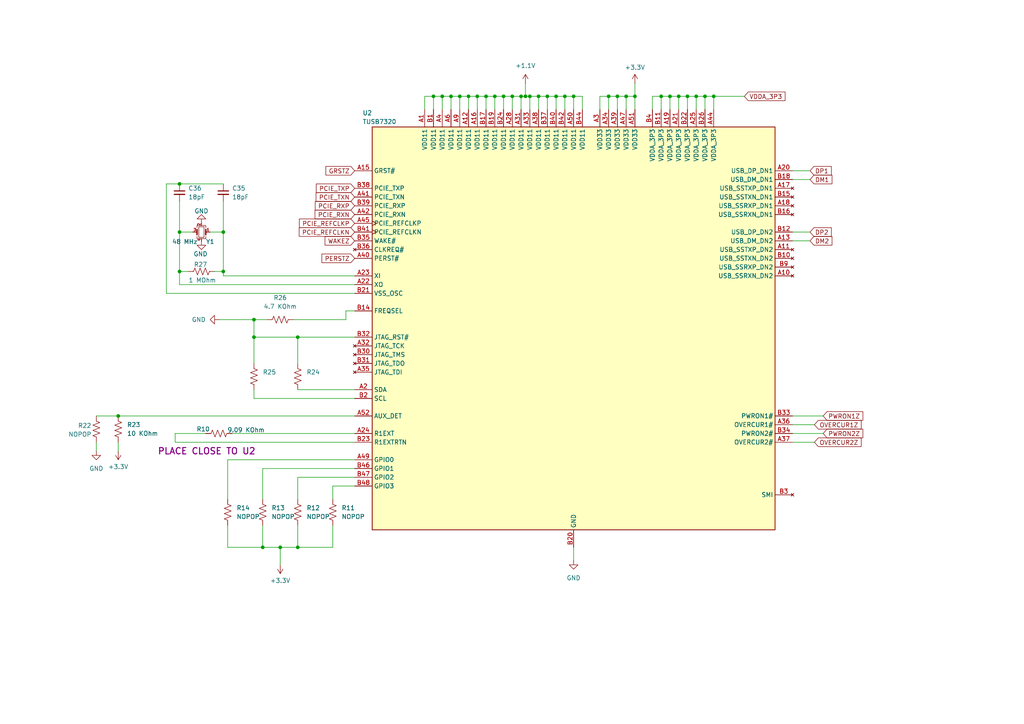
<source format=kicad_sch>
(kicad_sch (version 20250114) (generator "eeschema") (generator_version "9.0")
  (paper "A4")
  (title_block (title "PCI2USB") (date "2025-11-13") (rev "1.0.0") (company "3mdeb Sp. z o.o    Jakub Sobota") (comment 1 "https://www.ti.com/lit/ds/symlink/tusb7340.pdf") (comment 2 "https://www.ti.com/lit/ug/sllu146d/sllu146d.pdf") (comment 3 "Based on:") (comment 4 "TUSB7320 HOST IC"))
  (lib_symbols
    (symbol "Device:C_Small" (pin_numbers (hide yes)) (pin_names (offset 0.254) (hide yes))
      (property "Reference" "C" (at 0.254 1.778 0))
      (property "Value" "C_Small" (at 0.254 -2.032 0))
      (symbol "C_Small_0_1"
        (polyline (pts (xy -1.524 0.508) (xy 1.524 0.508)) (stroke (width 0.3048)))
        (polyline (pts (xy -1.524 -0.508) (xy 1.524 -0.508)) (stroke (width 0.3302)))
      )
      (symbol "C_Small_1_1"
        (pin passive line (at 0 2.54 270) (length 2.032) (name "~") (number "1"))
        (pin passive line (at 0 -2.54 90) (length 2.032) (name "~") (number "2"))
      )
    )
    (symbol "Device:Crystal_GND24_Small" (pin_names (offset 1.016) (hide yes))
      (property "Reference" "Y" (at 1.27 4.445 0))
      (property "Value" "Crystal_GND24_Small" (at 1.27 2.54 0))
      (symbol "Crystal_GND24_Small_0_1"
        (polyline (pts (xy -1.27 1.27) (xy -1.27 1.905) (xy 1.27 1.905) (xy 1.27 1.27)))
        (polyline (pts (xy -1.27 -0.762) (xy -1.27 0.762)) (stroke (width 0.381)))
        (polyline (pts (xy -1.27 -1.27) (xy -1.27 -1.905) (xy 1.27 -1.905) (xy 1.27 -1.27)))
        (rectangle (start -0.762 -1.524) (end 0.762 1.524))
        (polyline (pts (xy 1.27 -0.762) (xy 1.27 0.762)) (stroke (width 0.381)))
      )
      (symbol "Crystal_GND24_Small_1_1"
        (pin passive line (at -2.54 0 0) (length 1.27) (name "1") (number "1"))
        (pin passive line (at 0 2.54 270) (length 0.635) (name "4") (number "4"))
        (pin passive line (at 0 -2.54 90) (length 0.635) (name "2") (number "2"))
        (pin passive line (at 2.54 0 180) (length 1.27) (name "3") (number "3"))
      )
    )
    (symbol "Device:R_US" (pin_numbers (hide yes)) (pin_names (offset 0))
      (property "Reference" "R" (at 2.54 0 90))
      (property "Value" "R_US" (at -2.54 0 90))
      (symbol "R_US_0_1"
        (polyline (pts (xy 0 2.286) (xy 0 2.54)))
        (polyline (pts (xy 0 2.286) (xy 1.016 1.905) (xy 0 1.524) (xy -1.016 1.143) (xy 0 0.762)))
        (polyline (pts (xy 0 0.762) (xy 1.016 0.381) (xy 0 0) (xy -1.016 -0.381) (xy 0 -0.762)))
        (polyline (pts (xy 0 -0.762) (xy 1.016 -1.143) (xy 0 -1.524) (xy -1.016 -1.905) (xy 0 -2.286)))
        (polyline (pts (xy 0 -2.286) (xy 0 -2.54)))
      )
      (symbol "R_US_1_1"
        (pin passive line (at 0 3.81 270) (length 1.27) (name "~") (number "1"))
        (pin passive line (at 0 -3.81 90) (length 1.27) (name "~") (number "2"))
      )
    )
    (symbol "TUSB7320:TUSB7320"
      (property "Reference" "U2" (at -61.214 62.484 0))
      (property "Value" "TUSB7320" (at -61.214 59.944 0))
      (symbol "TUSB7320_0_1"
        (rectangle (start -58.42 58.42) (end 58.42 -58.42) (stroke (width 0.254)) (fill (type background)))
      )
      (symbol "TUSB7320_1_1"
        (pin input line (at -63.5 45.72 0) (length 5.08) (name "GRST#") (number "A15"))
        (pin output line (at -63.5 40.64 0) (length 5.08) (name "PCIE_TXP") (number "B38"))
        (pin output line (at -63.5 38.1 0) (length 5.08) (name "PCIE_TXN") (number "A41"))
        (pin input line (at -63.5 35.56 0) (length 5.08) (name "PCIE_RXP") (number "B39"))
        (pin input line (at -63.5 33.02 0) (length 5.08) (name "PCIE_RXN") (number "A42"))
        (pin input clock (at -63.5 30.48 0) (length 5.08) (name "PCIE_REFCLKP") (number "A45"))
        (pin input clock (at -63.5 27.94 0) (length 5.08) (name "PCIE_REFCLKN") (number "B41"))
        (pin output line (at -63.5 25.4 0) (length 5.08) (name "WAKE#") (number "B35"))
        (pin no_connect line (at -63.5 22.86 0) (length 5.08) (name "CLKREQ#") (number "B36"))
        (pin input line (at -63.5 20.32 0) (length 5.08) (name "PERST#") (number "A40"))
        (pin input line (at -63.5 15.24 0) (length 5.08) (name "XI") (number "A23"))
        (pin output line (at -63.5 12.7 0) (length 5.08) (name "XO") (number "A22"))
        (pin input line (at -63.5 10.16 0) (length 5.08) (name "VSS_OSC") (number "B21"))
        (pin input line (at -63.5 5.08 0) (length 5.08) (name "FREQSEL") (number "B14"))
        (pin input line (at -63.5 -2.54 0) (length 5.08) (name "JTAG_RST#") (number "B32"))
        (pin no_connect line (at -63.5 -5.08 0) (length 5.08) (name "JTAG_TCK") (number "A32"))
        (pin no_connect line (at -63.5 -7.62 0) (length 5.08) (name "JTAG_TMS") (number "B30"))
        (pin no_connect line (at -63.5 -10.16 0) (length 5.08) (name "JTAG_TDO") (number "B31"))
        (pin no_connect line (at -63.5 -12.7 0) (length 5.08) (name "JTAG_TDI") (number "A35"))
        (pin bidirectional line (at -63.5 -17.78 0) (length 5.08) (name "SDA") (number "A2"))
        (pin bidirectional line (at -63.5 -20.32 0) (length 5.08) (name "SCL") (number "B2"))
        (pin input line (at -63.5 -25.4 0) (length 5.08) (name "AUX_DET") (number "A52"))
        (pin bidirectional line (at -63.5 -30.48 0) (length 5.08) (name "R1EXT") (number "A24"))
        (pin bidirectional line (at -63.5 -33.02 0) (length 5.08) (name "R1EXTRTN") (number "B23"))
        (pin bidirectional line (at -63.5 -38.1 0) (length 5.08) (name "GPIO0") (number "A49"))
        (pin bidirectional line (at -63.5 -40.64 0) (length 5.08) (name "GPIO1") (number "B46"))
        (pin bidirectional line (at -63.5 -43.18 0) (length 5.08) (name "GPIO2") (number "B47"))
        (pin bidirectional line (at -63.5 -45.72 0) (length 5.08) (name "GPIO3") (number "B48"))
        (pin power_in line (at -43.18 63.5 270) (length 5.08) (name "VDD11") (number "A1"))
        (pin power_in line (at -40.64 63.5 270) (length 5.08) (name "VDD11") (number "B1"))
        (pin power_in line (at -38.1 63.5 270) (length 5.08) (name "VDD11") (number "A4"))
        (pin power_in line (at -35.56 63.5 270) (length 5.08) (name "VDD11") (number "A6"))
        (pin power_in line (at -33.02 63.5 270) (length 5.08) (name "VDD11") (number "A9"))
        (pin power_in line (at -30.48 63.5 270) (length 5.08) (name "VDD11") (number "A12"))
        (pin power_in line (at -27.94 63.5 270) (length 5.08) (name "VDD11") (number "A16"))
        (pin power_in line (at -25.4 63.5 270) (length 5.08) (name "VDD11") (number "B17"))
        (pin power_in line (at -22.86 63.5 270) (length 5.08) (name "VDD11") (number "B19"))
        (pin no_connect line (at -22.86 -58.42 90) (length 5.08) (hide yes) (name "NC") (number "B8"))
        (pin power_in line (at -20.32 63.5 270) (length 5.08) (name "VDD11") (number "B24"))
        (pin no_connect line (at -20.32 -58.42 90) (length 5.08) (hide yes) (name "NC") (number "B13"))
        (pin power_in line (at -17.78 63.5 270) (length 5.08) (name "VDD11") (number "A28"))
        (pin no_connect line (at -17.78 -58.42 90) (length 5.08) (hide yes) (name "NC") (number "A14"))
        (pin power_in line (at -15.24 63.5 270) (length 5.08) (name "VDD11") (number "A31"))
        (pin no_connect line (at -15.24 -58.42 90) (length 5.08) (hide yes) (name "NC") (number "A26"))
        (pin power_in line (at -12.7 63.5 270) (length 5.08) (name "VDD11") (number "A33"))
        (pin no_connect line (at -12.7 -58.42 90) (length 5.08) (hide yes) (name "NC") (number "B29"))
        (pin power_in line (at -10.16 63.5 270) (length 5.08) (name "VDD11") (number "A38"))
        (pin no_connect line (at -10.16 -58.42 90) (length 5.08) (hide yes) (name "NC") (number "A43"))
        (pin power_in line (at -7.62 63.5 270) (length 5.08) (name "VDD11") (number "B37"))
        (pin power_in line (at -5.08 63.5 270) (length 5.08) (name "VDD11") (number "B40"))
        (pin power_in line (at -2.54 63.5 270) (length 5.08) (name "VDD11") (number "B42"))
        (pin power_in line (at 0 63.5 270) (length 5.08) (name "VDD11") (number "A50"))
        (pin power_in line (at 0 -63.5 90) (length 5.08) (name "GND") (number "B20"))
        (pin power_in line (at 2.54 63.5 270) (length 5.08) (name "VDD11") (number "B44"))
        (pin no_connect line (at 5.08 -63.5 90) (length 5.08) (hide yes) (name "NC") (number "C1"))
        (pin power_in line (at 7.62 63.5 270) (length 5.08) (name "VDD33") (number "A3"))
        (pin no_connect line (at 7.62 -63.5 90) (length 5.08) (hide yes) (name "NC") (number "C2"))
        (pin power_in line (at 10.16 63.5 270) (length 5.08) (name "VDD33") (number "A34"))
        (pin no_connect line (at 10.16 -63.5 90) (length 5.08) (hide yes) (name "NC") (number "C3"))
        (pin power_in line (at 12.7 63.5 270) (length 5.08) (name "VDD33") (number "A39"))
        (pin no_connect line (at 12.7 -63.5 90) (length 5.08) (hide yes) (name "NC") (number "C4"))
        (pin power_in line (at 15.24 63.5 270) (length 5.08) (name "VDD33") (number "A47"))
        (pin power_in line (at 17.78 63.5 270) (length 5.08) (name "VDD33") (number "A51"))
        (pin power_in line (at 22.86 63.5 270) (length 5.08) (name "VDDA_3P3") (number "B4"))
        (pin power_in line (at 25.4 63.5 270) (length 5.08) (name "VDDA_3P3") (number "B11"))
        (pin power_in line (at 27.94 63.5 270) (length 5.08) (name "VDDA_3P3") (number "A19"))
        (pin power_in line (at 30.48 63.5 270) (length 5.08) (name "VDDA_3P3") (number "A21"))
        (pin power_in line (at 33.02 63.5 270) (length 5.08) (name "VDDA_3P3") (number "B22"))
        (pin power_in line (at 35.56 63.5 270) (length 5.08) (name "VDDA_3P3") (number "A25"))
        (pin power_in line (at 38.1 63.5 270) (length 5.08) (name "VDDA_3P3") (number "B26"))
        (pin power_in line (at 40.64 63.5 270) (length 5.08) (name "VDDA_3P3") (number "A44"))
        (pin bidirectional line (at 63.5 45.72 180) (length 5.08) (name "USB_DP_DN1") (number "A20"))
        (pin bidirectional line (at 63.5 43.18 180) (length 5.08) (name "USB_DM_DN1") (number "B18"))
        (pin no_connect line (at 63.5 40.64 180) (length 5.08) (name "USB_SSTXP_DN1") (number "A17"))
        (pin no_connect line (at 63.5 38.1 180) (length 5.08) (name "USB_SSTXN_DN1") (number "B15"))
        (pin no_connect line (at 63.5 35.56 180) (length 5.08) (name "USB_SSRXP_DN1") (number "A18"))
        (pin no_connect line (at 63.5 33.02 180) (length 5.08) (name "USB_SSRXN_DN1") (number "B16"))
        (pin bidirectional line (at 63.5 27.94 180) (length 5.08) (name "USB_DP_DN2") (number "B12"))
        (pin bidirectional line (at 63.5 25.4 180) (length 5.08) (name "USB_DM_DN2") (number "A13"))
        (pin no_connect line (at 63.5 22.86 180) (length 5.08) (name "USB_SSTXP_DN2") (number "A11"))
        (pin no_connect line (at 63.5 20.32 180) (length 5.08) (name "USB_SSTXN_DN2") (number "B10"))
        (pin no_connect line (at 63.5 17.78 180) (length 5.08) (name "USB_SSRXP_DN2") (number "B9"))
        (pin no_connect line (at 63.5 15.24 180) (length 5.08) (name "USB_SSRXN_DN2") (number "A10"))
        (pin no_connect line (at 63.5 10.16 180) (length 5.08) (hide yes) (name "NC") (number "B25"))
        (pin no_connect line (at 63.5 7.62 180) (length 5.08) (hide yes) (name "NC") (number "A27"))
        (pin no_connect line (at 63.5 5.08 180) (length 5.08) (hide yes) (name "NC") (number "B28"))
        (pin no_connect line (at 63.5 2.54 180) (length 5.08) (hide yes) (name "NC") (number "A30"))
        (pin no_connect line (at 63.5 0 180) (length 5.08) (hide yes) (name "NC") (number "B27"))
        (pin no_connect line (at 63.5 -2.54 180) (length 5.08) (hide yes) (name "NC") (number "A29"))
        (pin no_connect line (at 63.5 -7.62 180) (length 5.08) (hide yes) (name "NC") (number "B5"))
        (pin no_connect line (at 63.5 -10.16 180) (length 5.08) (hide yes) (name "NC") (number "A5"))
        (pin no_connect line (at 63.5 -12.7 180) (length 5.08) (hide yes) (name "NC") (number "B7"))
        (pin no_connect line (at 63.5 -15.24 180) (length 5.08) (hide yes) (name "NC") (number "A8"))
        (pin no_connect line (at 63.5 -17.78 180) (length 5.08) (hide yes) (name "NC") (number "B6"))
        (pin no_connect line (at 63.5 -20.32 180) (length 5.08) (hide yes) (name "NC") (number "A7"))
        (pin output line (at 63.5 -25.4 180) (length 5.08) (name "PWRON1#") (number "B33"))
        (pin input line (at 63.5 -27.94 180) (length 5.08) (name "OVERCUR1#") (number "A36"))
        (pin output line (at 63.5 -30.48 180) (length 5.08) (name "PWRON2#") (number "B34"))
        (pin input line (at 63.5 -33.02 180) (length 5.08) (name "OVERCUR2#") (number "A37"))
        (pin no_connect line (at 63.5 -35.56 180) (length 5.08) (hide yes) (name "PWRON3#") (number "A46"))
        (pin no_connect line (at 63.5 -38.1 180) (length 5.08) (hide yes) (name "OVERCUR3#") (number "B43"))
        (pin no_connect line (at 63.5 -40.64 180) (length 5.08) (hide yes) (name "PWRON4#") (number "A48"))
        (pin no_connect line (at 63.5 -43.18 180) (length 5.08) (hide yes) (name "OVERCUR4#") (number "B45"))
        (pin no_connect line (at 63.5 -48.26 180) (length 5.08) (name "SMI") (number "B3"))
      )
    )
    (symbol "power:+1V1" (power) (pin_numbers (hide yes)) (pin_names (offset 0) (hide yes))
      (property "Value" "+1V1" (at 0 3.556 0))
      (symbol "+1V1_0_1"
        (polyline (pts (xy -0.762 1.27) (xy 0 2.54)))
        (polyline (pts (xy 0 2.54) (xy 0.762 1.27)))
        (polyline (pts (xy 0 0) (xy 0 2.54)))
      )
      (symbol "+1V1_1_1"
        (pin power_in line (at 0 0 90) (length 0) (name "~") (number "1"))
      )
    )
    (symbol "power:+3.3V" (power) (pin_numbers (hide yes)) (pin_names (offset 0) (hide yes))
      (property "Value" "+3.3V" (at 0 3.556 0))
      (symbol "+3.3V_0_1"
        (polyline (pts (xy -0.762 1.27) (xy 0 2.54)))
        (polyline (pts (xy 0 2.54) (xy 0.762 1.27)))
        (polyline (pts (xy 0 0) (xy 0 2.54)))
      )
      (symbol "+3.3V_1_1"
        (pin power_in line (at 0 0 90) (length 0) (name "~") (number "1"))
      )
    )
    (symbol "power:GND" (power) (pin_numbers (hide yes)) (pin_names (offset 0) (hide yes))
      (property "Value" "GND" (at 0 -3.81 0))
      (symbol "GND_0_1"
        (polyline (pts (xy 0 0) (xy 0 -1.27) (xy 1.27 -1.27) (xy 0 -2.54) (xy -1.27 -1.27) (xy 0 -1.27)))
      )
      (symbol "GND_1_1"
        (pin power_in line (at 0 0 270) (length 0) (name "~") (number "1"))
      )
    )
  )
  (junction (at 196.85 27.94))
  (junction (at 128.27 27.94))
  (junction (at 163.83 27.94))
  (junction (at 184.15 27.94))
  (junction (at 86.36 97.79))
  (junction (at 148.59 27.94))
  (junction (at 204.47 27.94))
  (junction (at 64.77 67.31))
  (junction (at 153.67 27.94))
  (junction (at 161.29 27.94))
  (junction (at 191.77 27.94))
  (junction (at 52.07 53.34))
  (junction (at 179.07 27.94))
  (junction (at 181.61 27.94))
  (junction (at 151.13 27.94))
  (junction (at 135.89 27.94))
  (junction (at 125.73 27.94))
  (junction (at 146.05 27.94))
  (junction (at 158.75 27.94))
  (junction (at 73.66 97.79))
  (junction (at 201.93 27.94))
  (junction (at 133.35 27.94))
  (junction (at 86.36 158.75))
  (junction (at 143.51 27.94))
  (junction (at 207.01 27.94))
  (junction (at 52.07 67.31))
  (junction (at 199.39 27.94))
  (junction (at 152.4 27.94))
  (junction (at 52.07 78.74))
  (junction (at 156.21 27.94))
  (junction (at 166.37 27.94))
  (junction (at 140.97 27.94))
  (junction (at 176.53 27.94))
  (junction (at 81.28 158.75))
  (junction (at 130.81 27.94))
  (junction (at 194.31 27.94))
  (junction (at 73.66 92.71))
  (junction (at 64.77 78.74))
  (junction (at 34.29 120.65))
  (junction (at 138.43 27.94))
  (junction (at 76.2 158.75))
  (wire (pts (xy 96.52 140.97) (xy 96.52 144.78)))
  (wire (pts (xy 96.52 158.75) (xy 96.52 152.4)))
  (wire (pts (xy 173.99 31.75) (xy 173.99 27.94)))
  (wire (pts (xy 184.15 27.94) (xy 181.61 27.94)))
  (wire (pts (xy 156.21 27.94) (xy 156.21 31.75)))
  (wire (pts (xy 81.28 158.75) (xy 81.28 163.83)))
  (wire (pts (xy 133.35 27.94) (xy 133.35 31.75)))
  (wire (pts (xy 201.93 27.94) (xy 201.93 31.75)))
  (wire (pts (xy 62.23 78.74) (xy 64.77 78.74)))
  (wire (pts (xy 229.87 69.85) (xy 234.95 69.85)))
  (wire (pts (xy 166.37 27.94) (xy 166.37 31.75)))
  (wire (pts (xy 48.26 85.09) (xy 48.26 53.34)))
  (wire (pts (xy 148.59 27.94) (xy 151.13 27.94)))
  (wire (pts (xy 199.39 27.94) (xy 201.93 27.94)))
  (wire (pts (xy 184.15 31.75) (xy 184.15 27.94)))
  (wire (pts (xy 156.21 27.94) (xy 153.67 27.94)))
  (wire (pts (xy 181.61 27.94) (xy 179.07 27.94)))
  (wire (pts (xy 86.36 97.79) (xy 102.87 97.79)))
  (wire (pts (xy 52.07 82.55) (xy 52.07 78.74)))
  (wire (pts (xy 191.77 27.94) (xy 191.77 31.75)))
  (wire (pts (xy 86.36 97.79) (xy 86.36 105.41)))
  (wire (pts (xy 138.43 27.94) (xy 138.43 31.75)))
  (wire (pts (xy 229.87 128.27) (xy 236.22 128.27)))
  (wire (pts (xy 140.97 27.94) (xy 143.51 27.94)))
  (wire (pts (xy 207.01 27.94) (xy 207.01 31.75)))
  (wire (pts (xy 34.29 120.65) (xy 102.87 120.65)))
  (wire (pts (xy 102.87 80.01) (xy 64.77 80.01)))
  (wire (pts (xy 158.75 27.94) (xy 156.21 27.94)))
  (wire (pts (xy 73.66 97.79) (xy 86.36 97.79)))
  (wire (pts (xy 201.93 27.94) (xy 204.47 27.94)))
  (wire (pts (xy 146.05 27.94) (xy 146.05 31.75)))
  (wire (pts (xy 133.35 27.94) (xy 135.89 27.94)))
  (wire (pts (xy 135.89 27.94) (xy 138.43 27.94)))
  (wire (pts (xy 196.85 27.94) (xy 199.39 27.94)))
  (wire (pts (xy 64.77 78.74) (xy 64.77 67.31)))
  (wire (pts (xy 196.85 27.94) (xy 196.85 31.75)))
  (wire (pts (xy 229.87 120.65) (xy 238.76 120.65)))
  (wire (pts (xy 140.97 27.94) (xy 140.97 31.75)))
  (wire (pts (xy 229.87 123.19) (xy 236.22 123.19)))
  (wire (pts (xy 64.77 80.01) (xy 64.77 78.74)))
  (wire (pts (xy 146.05 27.94) (xy 148.59 27.94)))
  (wire (pts (xy 67.31 125.73) (xy 102.87 125.73)))
  (wire (pts (xy 153.67 27.94) (xy 153.67 31.75)))
  (wire (pts (xy 229.87 67.31) (xy 234.95 67.31)))
  (wire (pts (xy 184.15 24.13) (xy 184.15 27.94)))
  (wire (pts (xy 102.87 113.03) (xy 86.36 113.03)))
  (wire (pts (xy 123.19 31.75) (xy 123.19 27.94)))
  (wire (pts (xy 179.07 27.94) (xy 179.07 31.75)))
  (wire (pts (xy 207.01 27.94) (xy 215.9 27.94)))
  (wire (pts (xy 229.87 52.07) (xy 234.95 52.07)))
  (wire (pts (xy 81.28 158.75) (xy 86.36 158.75)))
  (wire (pts (xy 63.5 92.71) (xy 73.66 92.71)))
  (wire (pts (xy 76.2 152.4) (xy 76.2 158.75)))
  (wire (pts (xy 151.13 27.94) (xy 152.4 27.94)))
  (wire (pts (xy 189.23 31.75) (xy 189.23 27.94)))
  (wire (pts (xy 102.87 140.97) (xy 96.52 140.97)))
  (wire (pts (xy 52.07 67.31) (xy 55.88 67.31)))
  (wire (pts (xy 86.36 138.43) (xy 102.87 138.43)))
  (wire (pts (xy 85.09 92.71) (xy 100.33 92.71)))
  (wire (pts (xy 152.4 24.13) (xy 152.4 27.94)))
  (wire (pts (xy 50.8 125.73) (xy 59.69 125.73)))
  (wire (pts (xy 229.87 49.53) (xy 234.95 49.53)))
  (wire (pts (xy 66.04 133.35) (xy 102.87 133.35)))
  (wire (pts (xy 50.8 128.27) (xy 102.87 128.27)))
  (wire (pts (xy 168.91 31.75) (xy 168.91 27.94)))
  (wire (pts (xy 52.07 78.74) (xy 52.07 67.31)))
  (wire (pts (xy 73.66 92.71) (xy 77.47 92.71)))
  (wire (pts (xy 128.27 27.94) (xy 128.27 31.75)))
  (wire (pts (xy 102.87 82.55) (xy 52.07 82.55)))
  (wire (pts (xy 130.81 27.94) (xy 130.81 31.75)))
  (wire (pts (xy 151.13 27.94) (xy 151.13 31.75)))
  (wire (pts (xy 135.89 27.94) (xy 135.89 31.75)))
  (wire (pts (xy 60.96 67.31) (xy 64.77 67.31)))
  (wire (pts (xy 204.47 27.94) (xy 207.01 27.94)))
  (wire (pts (xy 100.33 92.71) (xy 100.33 90.17)))
  (wire (pts (xy 64.77 58.42) (xy 64.77 67.31)))
  (wire (pts (xy 86.36 158.75) (xy 96.52 158.75)))
  (wire (pts (xy 161.29 27.94) (xy 158.75 27.94)))
  (wire (pts (xy 54.61 78.74) (xy 52.07 78.74)))
  (wire (pts (xy 191.77 27.94) (xy 194.31 27.94)))
  (wire (pts (xy 48.26 53.34) (xy 52.07 53.34)))
  (wire (pts (xy 194.31 27.94) (xy 194.31 31.75)))
  (wire (pts (xy 189.23 27.94) (xy 191.77 27.94)))
  (wire (pts (xy 66.04 158.75) (xy 76.2 158.75)))
  (wire (pts (xy 153.67 27.94) (xy 152.4 27.94)))
  (wire (pts (xy 199.39 27.94) (xy 199.39 31.75)))
  (wire (pts (xy 148.59 27.94) (xy 148.59 31.75)))
  (wire (pts (xy 73.66 97.79) (xy 73.66 105.41)))
  (wire (pts (xy 138.43 27.94) (xy 140.97 27.94)))
  (wire (pts (xy 163.83 27.94) (xy 163.83 31.75)))
  (wire (pts (xy 229.87 125.73) (xy 238.76 125.73)))
  (wire (pts (xy 66.04 152.4) (xy 66.04 158.75)))
  (wire (pts (xy 102.87 115.57) (xy 73.66 115.57)))
  (wire (pts (xy 73.66 115.57) (xy 73.66 113.03)))
  (wire (pts (xy 176.53 27.94) (xy 179.07 27.94)))
  (wire (pts (xy 27.94 120.65) (xy 34.29 120.65)))
  (wire (pts (xy 158.75 27.94) (xy 158.75 31.75)))
  (wire (pts (xy 161.29 27.94) (xy 161.29 31.75)))
  (wire (pts (xy 66.04 144.78) (xy 66.04 133.35)))
  (wire (pts (xy 102.87 85.09) (xy 48.26 85.09)))
  (wire (pts (xy 204.47 27.94) (xy 204.47 31.75)))
  (wire (pts (xy 163.83 27.94) (xy 161.29 27.94)))
  (wire (pts (xy 181.61 27.94) (xy 181.61 31.75)))
  (wire (pts (xy 50.8 128.27) (xy 50.8 125.73)))
  (wire (pts (xy 168.91 27.94) (xy 166.37 27.94)))
  (wire (pts (xy 100.33 90.17) (xy 102.87 90.17)))
  (wire (pts (xy 194.31 27.94) (xy 196.85 27.94)))
  (wire (pts (xy 86.36 144.78) (xy 86.36 138.43)))
  (wire (pts (xy 128.27 27.94) (xy 130.81 27.94)))
  (wire (pts (xy 73.66 92.71) (xy 73.66 97.79)))
  (wire (pts (xy 130.81 27.94) (xy 133.35 27.94)))
  (wire (pts (xy 52.07 58.42) (xy 52.07 67.31)))
  (wire (pts (xy 125.73 27.94) (xy 125.73 31.75)))
  (wire (pts (xy 143.51 27.94) (xy 143.51 31.75)))
  (wire (pts (xy 143.51 27.94) (xy 146.05 27.94)))
  (wire (pts (xy 166.37 158.75) (xy 166.37 162.56)))
  (wire (pts (xy 27.94 130.81) (xy 27.94 128.27)))
  (wire (pts (xy 76.2 158.75) (xy 81.28 158.75)))
  (wire (pts (xy 173.99 27.94) (xy 176.53 27.94)))
  (wire (pts (xy 102.87 135.89) (xy 76.2 135.89)))
  (wire (pts (xy 52.07 53.34) (xy 64.77 53.34)))
  (wire (pts (xy 166.37 27.94) (xy 163.83 27.94)))
  (wire (pts (xy 123.19 27.94) (xy 125.73 27.94)))
  (wire (pts (xy 76.2 135.89) (xy 76.2 144.78)))
  (wire (pts (xy 34.29 128.27) (xy 34.29 130.81)))
  (wire (pts (xy 86.36 152.4) (xy 86.36 158.75)))
  (wire (pts (xy 176.53 27.94) (xy 176.53 31.75)))
  (wire (pts (xy 125.73 27.94) (xy 128.27 27.94)))
  (global_label "DP1" (shape input) (at 234.95 49.53 0) (property "Intersheetrefs" "${INTERSHEET_REFS}" (at 241.6847 49.53 0) (effects (justify left))))
  (global_label "PCIE_TXN" (shape input) (at 102.87 57.15 180) (property "Intersheetrefs" "${INTERSHEET_REFS}" (at 91.1158 57.15 0) (effects (justify right))))
  (global_label "PCIE_RXP" (shape input) (at 102.87 59.69 180) (property "Intersheetrefs" "${INTERSHEET_REFS}" (at 90.8739 59.69 0) (effects (justify right))))
  (global_label "DP2" (shape input) (at 234.95 67.31 0) (property "Intersheetrefs" "${INTERSHEET_REFS}" (at 241.6847 67.31 0) (effects (justify left))))
  (global_label "PWRON2Z" (shape input) (at 238.76 125.73 0) (property "Intersheetrefs" "${INTERSHEET_REFS}" (at 250.8166 125.73 0) (effects (justify left))))
  (global_label "PCIE_RXN" (shape input) (at 102.87 62.23 180) (property "Intersheetrefs" "${INTERSHEET_REFS}" (at 90.8134 62.23 0) (effects (justify right))))
  (global_label "OVERCUR1Z" (shape input) (at 236.22 123.19 0) (property "Intersheetrefs" "${INTERSHEET_REFS}" (at 250.3328 123.19 0) (effects (justify left))))
  (global_label "PCIE_REFCLKP" (shape input) (at 102.87 64.77 180) (property "Intersheetrefs" "${INTERSHEET_REFS}" (at 86.2777 64.77 0) (effects (justify right))))
  (global_label "PCIE_TXP" (shape input) (at 102.87 54.61 180) (property "Intersheetrefs" "${INTERSHEET_REFS}" (at 91.1763 54.61 0) (effects (justify right))))
  (global_label "VDDA_3P3" (shape input) (at 215.9 27.94 0) (property "Intersheetrefs" "${INTERSHEET_REFS}" (at 228.259 27.94 0) (effects (justify left))))
  (global_label "DM2" (shape input) (at 234.95 69.85 0) (property "Intersheetrefs" "${INTERSHEET_REFS}" (at 241.8661 69.85 0) (effects (justify left))))
  (global_label "OVERCUR2Z" (shape input) (at 236.22 128.27 0) (property "Intersheetrefs" "${INTERSHEET_REFS}" (at 250.3328 128.27 0) (effects (justify left))))
  (global_label "GRSTZ" (shape input) (at 102.87 49.53 180) (property "Intersheetrefs" "${INTERSHEET_REFS}" (at 93.9582 49.53 0) (effects (justify right))))
  (global_label "PWRON1Z" (shape input) (at 238.76 120.65 0) (property "Intersheetrefs" "${INTERSHEET_REFS}" (at 250.8166 120.65 0) (effects (justify left))))
  (global_label "PCIE_REFCLKN" (shape input) (at 102.87 67.31 180) (property "Intersheetrefs" "${INTERSHEET_REFS}" (at 86.2172 67.31 0) (effects (justify right))))
  (global_label "DM1" (shape input) (at 234.95 52.07 0) (property "Intersheetrefs" "${INTERSHEET_REFS}" (at 241.8661 52.07 0) (effects (justify left))))
  (global_label "PERSTZ" (shape input) (at 102.87 74.93 180) (property "Intersheetrefs" "${INTERSHEET_REFS}" (at 92.8092 74.93 0) (effects (justify right))))
  (global_label "WAKEZ" (shape input) (at 102.87 69.85 180) (property "Intersheetrefs" "${INTERSHEET_REFS}" (at 93.7163 69.85 0) (effects (justify right))))
  (symbol (lib_id "power:GND") (at 58.42 64.77 180) (unit 1)
    (property "Reference" "#PWR049" (effects (hide yes)))
    (property "Value" "GND" (at 58.42 61.214 0))
    (property "Description" "Power symbol creates a global label with name \"GND\" , ground" (effects (hide yes)))
  )
  (symbol (lib_id "Device:R_US") (at 96.52 148.59 180) (unit 1)
    (property "Reference" "R11" (at 99.06 147.3199 0) (effects (justify right)))
    (property "Value" "NOPOP" (at 99.06 149.8599 0) (effects (justify right)))
    (property "Footprint" "Resistor_SMD:R_0402_1005Metric_Pad0.72x0.64mm_HandSolder" (effects (hide yes)))
    (property "Description" "Resistor, US symbol" (effects (hide yes)))
  )
  (symbol (lib_id "Device:R_US") (at 86.36 148.59 180) (unit 1)
    (property "Reference" "R12" (at 88.9 147.3199 0) (effects (justify right)))
    (property "Value" "NOPOP" (at 88.9 149.8599 0) (effects (justify right)))
    (property "Footprint" "Resistor_SMD:R_0402_1005Metric_Pad0.72x0.64mm_HandSolder" (effects (hide yes)))
    (property "Description" "Resistor, US symbol" (effects (hide yes)))
  )
  (symbol (lib_id "power:+3.3V") (at 152.4 24.13 0) (unit 1)
    (property "Reference" "#PWR044" (effects (hide yes)))
    (property "Value" "+1.1V" (at 152.4 19.05 0))
    (property "Description" "Power symbol creates a global label with name \"+3.3V\"" (effects (hide yes)))
  )
  (symbol (lib_id "Device:R_US") (at 34.29 124.46 0) (unit 1)
    (property "Reference" "R23" (at 36.83 123.1899 0) (effects (justify left)))
    (property "Value" "10 KOhm" (at 36.83 125.7299 0) (effects (justify left)))
    (property "Footprint" "Resistor_SMD:R_0402_1005Metric_Pad0.72x0.64mm_HandSolder" (effects (hide yes)))
    (property "Datasheet" "https://industrial.panasonic.com/cdbs/www-data/pdf/RDA0000/AOA0000C304.pdf" (effects (hide yes)))
    (property "Description" "1%, 100mW" (effects (hide yes)))
  )
  (symbol (lib_id "Device:R_US") (at 81.28 92.71 90) (unit 1)
    (property "Reference" "R26" (at 81.28 86.36 90))
    (property "Value" "4.7 KOhm" (at 81.28 88.9 90))
    (property "Footprint" "Resistor_SMD:R_0402_1005Metric_Pad0.72x0.64mm_HandSolder" (effects (hide yes)))
    (property "Datasheet" "https://industrial.panasonic.com/cdbs/www-data/pdf/RDA0000/AOA0000C304.pdf" (effects (hide yes)))
    (property "Description" "1%, 100mW" (effects (hide yes)))
  )
  (symbol (lib_id "power:GND") (at 166.37 162.56 0) (unit 1)
    (property "Reference" "#PWR026" (effects (hide yes)))
    (property "Value" "GND" (at 166.37 167.64 0))
    (property "Description" "Power symbol creates a global label with name \"GND\" , ground" (effects (hide yes)))
  )
  (symbol (lib_id "power:+1V1") (at 81.28 163.83 180) (unit 1)
    (property "Reference" "#PWR030" (effects (hide yes)))
    (property "Value" "+3.3V" (at 81.28 168.402 0))
    (property "Description" "Power symbol creates a global label with name \"+1V1\"" (effects (hide yes)))
  )
  (symbol (lib_id "Device:C_Small") (at 64.77 55.88 0) (unit 1)
    (property "Reference" "C35" (at 67.31 54.6162 0) (effects (justify left)))
    (property "Value" "18pF" (at 67.31 57.1562 0) (effects (justify left)))
    (property "Footprint" "Capacitor_SMD:C_0402_1005Metric_Pad0.74x0.62mm_HandSolder" (effects (hide yes)))
    (property "Datasheet" "https://www.mouser.pl/datasheet/3/508/1/KEM_C1007_X8R_ULTRA_150C_SMD.pdf" (effects (hide yes)))
    (property "Description" "X8R, 10%, 10V" (effects (hide yes)))
  )
  (symbol (lib_id "Device:R_US") (at 86.36 109.22 180) (unit 1)
    (property "Reference" "R24" (at 88.9 107.9499 0) (effects (justify right)))
    (property "Value" "0 Ohm" (effects (hide yes)))
    (property "Footprint" "LED_SMD:LED_0402_1005Metric_Pad0.77x0.64mm_HandSolder" (effects (hide yes)))
    (property "Description" "Resistor, US symbol" (effects (hide yes)))
  )
  (symbol (lib_id "power:GND") (at 27.94 130.81 0) (unit 1)
    (property "Reference" "#PWR038" (effects (hide yes)))
    (property "Value" "GND" (at 27.94 135.89 0))
    (property "Description" "Power symbol creates a global label with name \"GND\" , ground" (effects (hide yes)))
  )
  (symbol (lib_id "Device:C_Small") (at 52.07 55.88 0) (unit 1)
    (property "Reference" "C36" (at 54.61 54.6162 0) (effects (justify left)))
    (property "Value" "18pF" (at 54.61 57.1562 0) (effects (justify left)))
    (property "Footprint" "Capacitor_SMD:C_0402_1005Metric_Pad0.74x0.62mm_HandSolder" (effects (hide yes)))
    (property "Datasheet" "https://www.mouser.pl/datasheet/3/508/1/KEM_C1007_X8R_ULTRA_150C_SMD.pdf" (effects (hide yes)))
    (property "Description" "X8R, 10%, 10V" (effects (hide yes)))
  )
  (symbol (lib_id "Device:R_US") (at 66.04 148.59 180) (unit 1)
    (property "Reference" "R14" (at 68.58 147.3199 0) (effects (justify right)))
    (property "Value" "NOPOP" (at 68.58 149.8599 0) (effects (justify right)))
    (property "Footprint" "Resistor_SMD:R_0402_1005Metric_Pad0.72x0.64mm_HandSolder" (effects (hide yes)))
    (property "Description" "Resistor, US symbol" (effects (hide yes)))
  )
  (symbol (lib_id "Device:R_US") (at 27.94 124.46 0) (unit 1)
    (property "Reference" "R22" (at 22.606 123.444 0) (effects (justify left)))
    (property "Value" "NOPOP" (at 19.812 125.984 0) (effects (justify left)))
    (property "Footprint" "Resistor_SMD:R_0402_1005Metric_Pad0.72x0.64mm_HandSolder" (effects (hide yes)))
    (property "Description" "Resistor, US symbol" (effects (hide yes)))
  )
  (symbol (lib_id "Device:Crystal_GND24_Small") (at 58.42 67.31 180) (unit 1)
    (property "Reference" "Y1" (at 60.96 70.104 0))
    (property "Value" "48 MHz" (at 53.594 70.104 0))
    (property "Footprint" "Crystal:Crystal_SMD_Abracon_ABM3B-4Pin_5.0x3.2mm" (effects (hide yes)))
    (property "Datasheet" "https://www.mouser.pl/datasheet/3/184/1/abm3b.pdf" (effects (hide yes)))
    (property "Description" "18 pF, 50 Ohm" (effects (hide yes)))
  )
  (symbol (lib_id "power:+1V1") (at 184.15 24.13 0) (unit 1)
    (property "Reference" "#PWR028" (effects (hide yes)))
    (property "Value" "+3.3V" (at 184.15 19.558 0))
    (property "Description" "Power symbol creates a global label with name \"+1V1\"" (effects (hide yes)))
  )
  (symbol (lib_id "TUSB7320:TUSB7320") (at 166.37 95.25 0) (unit 1)
    (property "Reference" "U2" (at 105.156 32.766 0) (effects (justify left)))
    (property "Value" "TUSB7320" (at 105.156 35.306 0) (effects (justify left)))
    (property "Footprint" "TUSB7320:Texas_tusb7320" (effects (hide yes)))
    (property "Datasheet" "http://www.ti.com/general/docs/lit/getliterature.tsp?genericPartNumber=tusb7320&fileType=pdf" (effects (hide yes)))
    (property "Description" "USB 3.0 xHCI Host Controller" (effects (hide yes)))
  )
  (symbol (lib_id "power:GND") (at 58.42 69.85 0) (unit 1)
    (property "Reference" "#PWR050" (effects (hide yes)))
    (property "Value" "GND" (at 58.166 73.66 0))
    (property "Description" "Power symbol creates a global label with name \"GND\" , ground" (effects (hide yes)))
  )
  (symbol (lib_id "power:+1V1") (at 34.29 130.81 180) (unit 1)
    (property "Reference" "#PWR039" (effects (hide yes)))
    (property "Value" "+3.3V" (at 34.29 135.382 0))
    (property "Description" "Power symbol creates a global label with name \"+1V1\"" (effects (hide yes)))
  )
  (symbol (lib_id "Device:R_US") (at 76.2 148.59 180) (unit 1)
    (property "Reference" "R13" (at 78.74 147.3199 0) (effects (justify right)))
    (property "Value" "NOPOP" (at 78.74 149.8599 0) (effects (justify right)))
    (property "Footprint" "Resistor_SMD:R_0402_1005Metric_Pad0.72x0.64mm_HandSolder" (effects (hide yes)))
    (property "Description" "Resistor, US symbol" (effects (hide yes)))
  )
  (symbol (lib_id "Device:R_US") (at 58.42 78.74 90) (unit 1)
    (property "Reference" "R27" (at 58.166 76.708 90))
    (property "Value" "1 MOhm" (at 58.674 81.28 90))
    (property "Footprint" "Resistor_SMD:R_0402_1005Metric_Pad0.72x0.64mm_HandSolder" (effects (hide yes)))
    (property "Datasheet" "https://industrial.panasonic.com/cdbs/www-data/pdf/RDA0000/AOA0000C304.pdf" (effects (hide yes)))
    (property "Description" "1%, 100mW" (effects (hide yes)))
  )
  (symbol (lib_id "Device:R_US") (at 63.5 125.73 270) (unit 1)
    (property "Reference" "R10" (at 58.928 124.46 90))
    (property "Value" "9.09 KOhm" (at 71.374 124.714 90))
    (property "Footprint" "Resistor_SMD:R_0402_1005Metric_Pad0.72x0.64mm_HandSolder" (effects (hide yes)))
    (property "Datasheet" "https://industrial.panasonic.com/cdbs/www-data/pdf/RDP0000/AOA0000C334.pdf" (effects (hide yes)))
    (property "Description" "1%, 100mW" (effects (hide yes)))
    (property "Warning" "PLACE CLOSE TO U2" (at 59.944 130.81 90) (effects (font (size 1.8288 1.8288) (thickness 0.254) (bold yes))))
  )
  (symbol (lib_id "Device:R_US") (at 73.66 109.22 180) (unit 1)
    (property "Reference" "R25" (at 76.2 107.9499 0) (effects (justify right)))
    (property "Value" "0 Ohm" (effects (hide yes)))
    (property "Footprint" "LED_SMD:LED_0402_1005Metric_Pad0.77x0.64mm_HandSolder" (effects (hide yes)))
    (property "Description" "Resistor, US symbol" (effects (hide yes)))
  )
  (symbol (lib_id "power:GND") (at 63.5 92.71 270) (unit 1)
    (property "Reference" "#PWR040" (effects (hide yes)))
    (property "Value" "GND" (at 59.69 92.7099 90) (effects (justify right)))
    (property "Description" "Power symbol creates a global label with name \"GND\" , ground" (effects (hide yes)))
  )
)
</source>
